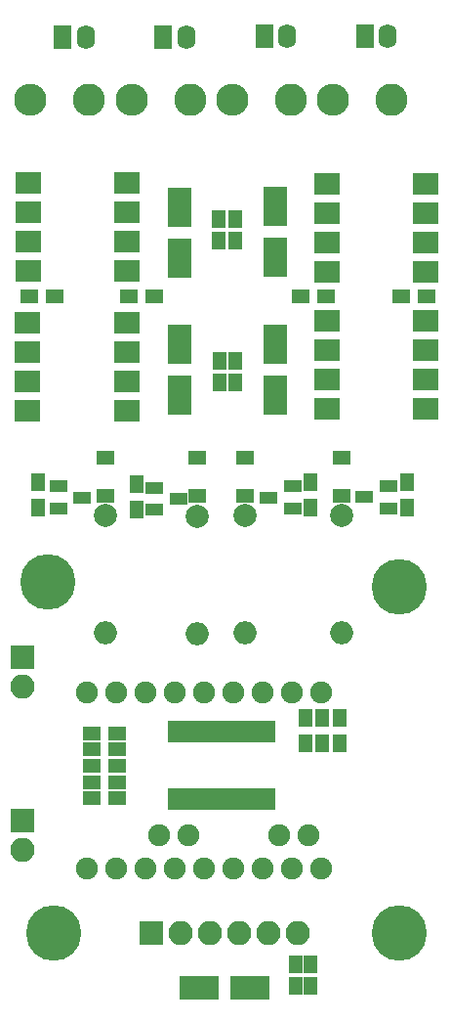
<source format=gts>
G04 #@! TF.FileFunction,Soldermask,Top*
%FSLAX46Y46*%
G04 Gerber Fmt 4.6, Leading zero omitted, Abs format (unit mm)*
G04 Created by KiCad (PCBNEW 4.0.7) date 06/26/18 02:25:57*
%MOMM*%
%LPD*%
G01*
G04 APERTURE LIST*
%ADD10C,0.150000*%
%ADD11R,3.400000X2.000000*%
%ADD12R,1.150000X1.600000*%
%ADD13R,2.000000X3.400000*%
%ADD14R,1.600000X1.300000*%
%ADD15C,2.800000*%
%ADD16O,2.800000X2.800000*%
%ADD17C,1.900000*%
%ADD18R,0.850000X1.875000*%
%ADD19R,2.100000X2.100000*%
%ADD20O,2.100000X2.100000*%
%ADD21R,1.600000X2.100000*%
%ADD22O,1.600000X2.100000*%
%ADD23R,2.300000X1.850000*%
%ADD24C,2.000000*%
%ADD25O,2.000000X2.000000*%
%ADD26R,1.600000X1.050000*%
%ADD27R,1.300000X1.600000*%
%ADD28C,4.800000*%
G04 APERTURE END LIST*
D10*
D11*
X141773000Y-156489000D03*
X137373000Y-156489000D03*
D12*
X145771000Y-154396000D03*
X145771000Y-156296000D03*
X147066000Y-154396000D03*
X147066000Y-156296000D03*
D13*
X135687000Y-105197000D03*
X135687000Y-100797000D03*
D12*
X139167000Y-104099000D03*
X139167000Y-102199000D03*
D13*
X135738000Y-93284400D03*
X135738000Y-88884400D03*
X143967000Y-93259000D03*
X143967000Y-88859000D03*
D12*
X140487000Y-91805800D03*
X140487000Y-89905800D03*
D13*
X143967000Y-105121000D03*
X143967000Y-100721000D03*
D12*
X140513000Y-104099000D03*
X140513000Y-102199000D03*
D14*
X129261000Y-110542000D03*
X129261000Y-113842000D03*
X137236000Y-110567000D03*
X137236000Y-113867000D03*
X141402000Y-110542000D03*
X141402000Y-113842000D03*
X149733000Y-113842000D03*
X149733000Y-110542000D03*
D15*
X127864000Y-79603600D03*
D16*
X122784000Y-79603600D03*
D15*
X136601000Y-79603600D03*
D16*
X131521000Y-79603600D03*
D15*
X145339000Y-79578200D03*
D16*
X140259000Y-79578200D03*
D15*
X154076000Y-79552800D03*
D16*
X148996000Y-79552800D03*
D17*
X127686000Y-130886000D03*
X130226000Y-130886000D03*
X132766000Y-130886000D03*
X135306000Y-130886000D03*
X137846000Y-130886000D03*
X140386000Y-130886000D03*
X142926000Y-130886000D03*
X145466000Y-130886000D03*
X148006000Y-130886000D03*
X148006000Y-146126000D03*
X145466000Y-146126000D03*
X142926000Y-146126000D03*
X140386000Y-146126000D03*
X137846000Y-146126000D03*
X135306000Y-146126000D03*
X132766000Y-146126000D03*
X130226000Y-146126000D03*
X127686000Y-146126000D03*
X133906000Y-143226000D03*
X136446000Y-143226000D03*
X144336000Y-143226000D03*
X146876000Y-143226000D03*
D18*
X143544000Y-134247000D03*
X142894000Y-134247000D03*
X142244000Y-134247000D03*
X141594000Y-134247000D03*
X140944000Y-134247000D03*
X140294000Y-134247000D03*
X139644000Y-134247000D03*
X138994000Y-134247000D03*
X138344000Y-134247000D03*
X137694000Y-134247000D03*
X137044000Y-134247000D03*
X136394000Y-134247000D03*
X135744000Y-134247000D03*
X135094000Y-134247000D03*
X135094000Y-140123000D03*
X135744000Y-140123000D03*
X136394000Y-140123000D03*
X137044000Y-140123000D03*
X137694000Y-140123000D03*
X138344000Y-140123000D03*
X138994000Y-140123000D03*
X139644000Y-140123000D03*
X140294000Y-140123000D03*
X140944000Y-140123000D03*
X141594000Y-140123000D03*
X142244000Y-140123000D03*
X142894000Y-140123000D03*
X143544000Y-140123000D03*
D19*
X133223000Y-151765000D03*
D20*
X135763000Y-151765000D03*
X138303000Y-151765000D03*
X140843000Y-151765000D03*
X143383000Y-151765000D03*
X145923000Y-151765000D03*
D19*
X122098000Y-127864000D03*
D20*
X122098000Y-130404000D03*
D19*
X122098000Y-141961000D03*
D20*
X122098000Y-144501000D03*
D21*
X125578000Y-74168000D03*
D22*
X127578000Y-74168000D03*
D21*
X134290000Y-74142600D03*
D22*
X136290000Y-74142600D03*
D21*
X143027000Y-74117200D03*
D22*
X145027000Y-74117200D03*
D21*
X151765000Y-74117200D03*
D22*
X153765000Y-74117200D03*
D23*
X122548000Y-86791800D03*
X122548000Y-89331800D03*
X122548000Y-91871800D03*
X122548000Y-94411800D03*
X131148000Y-94411800D03*
X131148000Y-91871800D03*
X131148000Y-89331800D03*
X131148000Y-86791800D03*
X122522000Y-98882000D03*
X122522000Y-101422000D03*
X122522000Y-103962000D03*
X122522000Y-106502000D03*
X131122000Y-106502000D03*
X131122000Y-103962000D03*
X131122000Y-101422000D03*
X131122000Y-98882000D03*
X157056000Y-94462600D03*
X157056000Y-91922600D03*
X157056000Y-89382600D03*
X157056000Y-86842600D03*
X148456000Y-86842600D03*
X148456000Y-89382600D03*
X148456000Y-91922600D03*
X148456000Y-94462600D03*
X157056000Y-106375000D03*
X157056000Y-103835000D03*
X157056000Y-101295000D03*
X157056000Y-98755000D03*
X148456000Y-98755000D03*
X148456000Y-101295000D03*
X148456000Y-103835000D03*
X148456000Y-106375000D03*
D24*
X129286000Y-115595000D03*
D25*
X129286000Y-125755000D03*
D24*
X137236000Y-115621000D03*
D25*
X137236000Y-125781000D03*
D24*
X141351000Y-115595000D03*
D25*
X141351000Y-125755000D03*
D24*
X149733000Y-115595000D03*
D25*
X149733000Y-125755000D03*
D26*
X125163000Y-113061000D03*
X125163000Y-114981000D03*
X127263000Y-114021000D03*
X133519000Y-113162000D03*
X133519000Y-115082000D03*
X135619000Y-114122000D03*
X145500000Y-114981000D03*
X145500000Y-113061000D03*
X143400000Y-114021000D03*
X153831000Y-114955000D03*
X153831000Y-113035000D03*
X151731000Y-113995000D03*
D27*
X146609000Y-133114000D03*
X146609000Y-135314000D03*
X148082000Y-133114000D03*
X148082000Y-135314000D03*
X149555000Y-133114000D03*
X149555000Y-135314000D03*
D14*
X130310000Y-140081000D03*
X128110000Y-140081000D03*
X130310000Y-138659000D03*
X128110000Y-138659000D03*
X130310000Y-137236000D03*
X128110000Y-137236000D03*
X130284000Y-135788000D03*
X128084000Y-135788000D03*
X130284000Y-134417000D03*
X128084000Y-134417000D03*
X124900000Y-96647000D03*
X122700000Y-96647000D03*
D27*
X123419000Y-114867000D03*
X123419000Y-112667000D03*
D14*
X133459000Y-96647000D03*
X131259000Y-96647000D03*
D27*
X131978000Y-115095000D03*
X131978000Y-112895000D03*
D14*
X146195000Y-96596200D03*
X148395000Y-96596200D03*
D27*
X147041000Y-112717000D03*
X147041000Y-114917000D03*
D14*
X154881000Y-96596200D03*
X157081000Y-96596200D03*
D27*
X155397000Y-112667000D03*
X155397000Y-114867000D03*
D12*
X139116000Y-91805800D03*
X139116000Y-89905800D03*
D28*
X124739000Y-151714000D03*
X154737000Y-151714000D03*
X124282000Y-121361000D03*
X154762000Y-121717000D03*
M02*

</source>
